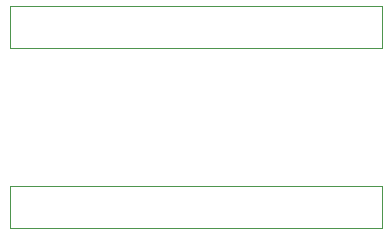
<source format=gbr>
%TF.GenerationSoftware,KiCad,Pcbnew,9.0.5-9.0.5~ubuntu24.04.1*%
%TF.CreationDate,2025-11-18T16:55:04+01:00*%
%TF.ProjectId,Nodo 2 MySensor,4e6f646f-2032-4204-9d79-53656e736f72,rev?*%
%TF.SameCoordinates,Original*%
%TF.FileFunction,Other,User*%
%FSLAX46Y46*%
G04 Gerber Fmt 4.6, Leading zero omitted, Abs format (unit mm)*
G04 Created by KiCad (PCBNEW 9.0.5-9.0.5~ubuntu24.04.1) date 2025-11-18 16:55:04*
%MOMM*%
%LPD*%
G01*
G04 APERTURE LIST*
%ADD10C,0.050000*%
G04 APERTURE END LIST*
D10*
%TO.C,J7*%
X102000000Y-96930000D02*
X133550000Y-96930000D01*
X102000000Y-100530000D02*
X102000000Y-96930000D01*
X133550000Y-96930000D02*
X133550000Y-100530000D01*
X133550000Y-100530000D02*
X102000000Y-100530000D01*
%TO.C,J6*%
X102010000Y-81690000D02*
X133560000Y-81690000D01*
X102010000Y-85290000D02*
X102010000Y-81690000D01*
X133560000Y-81690000D02*
X133560000Y-85290000D01*
X133560000Y-85290000D02*
X102010000Y-85290000D01*
%TD*%
M02*

</source>
